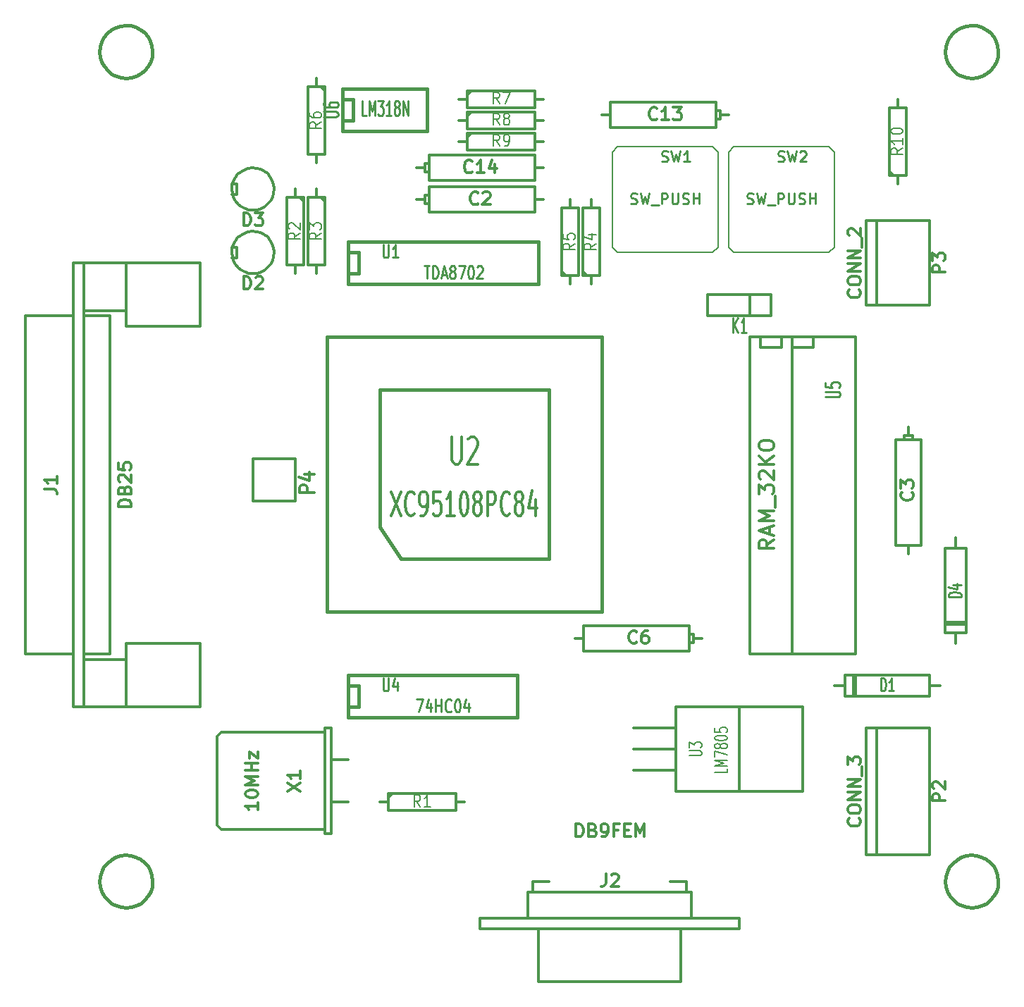
<source format=gto>
G04 (created by PCBNEW-RS274X (2012-apr-16-27)-stable) date Втр 01 Янв 2013 22:40:23*
G01*
G70*
G90*
%MOIN*%
G04 Gerber Fmt 3.4, Leading zero omitted, Abs format*
%FSLAX34Y34*%
G04 APERTURE LIST*
%ADD10C,0.006000*%
%ADD11C,0.012000*%
%ADD12C,0.015000*%
%ADD13C,0.008000*%
%ADD14C,0.011300*%
%ADD15C,0.010000*%
%ADD16C,0.010600*%
G04 APERTURE END LIST*
G54D10*
G54D11*
X68250Y-27750D02*
X68250Y-28250D01*
X68250Y-28250D02*
X67250Y-28250D01*
X67250Y-28250D02*
X67250Y-27750D01*
X68750Y-27750D02*
X68750Y-42750D01*
X69750Y-27750D02*
X69750Y-27750D01*
X69750Y-27750D02*
X69750Y-28250D01*
X69750Y-28250D02*
X68750Y-28250D01*
X68750Y-28250D02*
X68750Y-27750D01*
X71750Y-27750D02*
X71750Y-42750D01*
X71750Y-42750D02*
X66750Y-42750D01*
X66750Y-42750D02*
X66750Y-27750D01*
X66750Y-27750D02*
X71750Y-27750D01*
G54D12*
X38500Y-14250D02*
X38476Y-14492D01*
X38405Y-14726D01*
X38291Y-14941D01*
X38136Y-15130D01*
X37948Y-15286D01*
X37734Y-15402D01*
X37501Y-15474D01*
X37258Y-15499D01*
X37016Y-15477D01*
X36782Y-15408D01*
X36566Y-15295D01*
X36376Y-15143D01*
X36219Y-14956D01*
X36102Y-14742D01*
X36028Y-14509D01*
X36001Y-14267D01*
X36021Y-14025D01*
X36088Y-13790D01*
X36200Y-13573D01*
X36351Y-13382D01*
X36537Y-13224D01*
X36750Y-13105D01*
X36982Y-13030D01*
X37224Y-13001D01*
X37467Y-13019D01*
X37702Y-13085D01*
X37919Y-13195D01*
X38112Y-13345D01*
X38271Y-13530D01*
X38391Y-13742D01*
X38468Y-13974D01*
X38499Y-14216D01*
X38500Y-14250D01*
X78500Y-14250D02*
X78476Y-14492D01*
X78405Y-14726D01*
X78291Y-14941D01*
X78136Y-15130D01*
X77948Y-15286D01*
X77734Y-15402D01*
X77501Y-15474D01*
X77258Y-15499D01*
X77016Y-15477D01*
X76782Y-15408D01*
X76566Y-15295D01*
X76376Y-15143D01*
X76219Y-14956D01*
X76102Y-14742D01*
X76028Y-14509D01*
X76001Y-14267D01*
X76021Y-14025D01*
X76088Y-13790D01*
X76200Y-13573D01*
X76351Y-13382D01*
X76537Y-13224D01*
X76750Y-13105D01*
X76982Y-13030D01*
X77224Y-13001D01*
X77467Y-13019D01*
X77702Y-13085D01*
X77919Y-13195D01*
X78112Y-13345D01*
X78271Y-13530D01*
X78391Y-13742D01*
X78468Y-13974D01*
X78499Y-14216D01*
X78500Y-14250D01*
X78500Y-53500D02*
X78476Y-53742D01*
X78405Y-53976D01*
X78291Y-54191D01*
X78136Y-54380D01*
X77948Y-54536D01*
X77734Y-54652D01*
X77501Y-54724D01*
X77258Y-54749D01*
X77016Y-54727D01*
X76782Y-54658D01*
X76566Y-54545D01*
X76376Y-54393D01*
X76219Y-54206D01*
X76102Y-53992D01*
X76028Y-53759D01*
X76001Y-53517D01*
X76021Y-53275D01*
X76088Y-53040D01*
X76200Y-52823D01*
X76351Y-52632D01*
X76537Y-52474D01*
X76750Y-52355D01*
X76982Y-52280D01*
X77224Y-52251D01*
X77467Y-52269D01*
X77702Y-52335D01*
X77919Y-52445D01*
X78112Y-52595D01*
X78271Y-52780D01*
X78391Y-52992D01*
X78468Y-53224D01*
X78499Y-53466D01*
X78500Y-53500D01*
X38500Y-53500D02*
X38476Y-53742D01*
X38405Y-53976D01*
X38291Y-54191D01*
X38136Y-54380D01*
X37948Y-54536D01*
X37734Y-54652D01*
X37501Y-54724D01*
X37258Y-54749D01*
X37016Y-54727D01*
X36782Y-54658D01*
X36566Y-54545D01*
X36376Y-54393D01*
X36219Y-54206D01*
X36102Y-53992D01*
X36028Y-53759D01*
X36001Y-53517D01*
X36021Y-53275D01*
X36088Y-53040D01*
X36200Y-52823D01*
X36351Y-52632D01*
X36537Y-52474D01*
X36750Y-52355D01*
X36982Y-52280D01*
X37224Y-52251D01*
X37467Y-52269D01*
X37702Y-52335D01*
X37919Y-52445D01*
X38112Y-52595D01*
X38271Y-52780D01*
X38391Y-52992D01*
X38468Y-53224D01*
X38499Y-53466D01*
X38500Y-53500D01*
G54D11*
X63500Y-58250D02*
X56750Y-58250D01*
X56500Y-54000D02*
X63750Y-54000D01*
X56250Y-54000D02*
X56500Y-54000D01*
X56250Y-55250D02*
X64000Y-55250D01*
X54000Y-55250D02*
X56250Y-55250D01*
X66250Y-55750D02*
X54000Y-55750D01*
X56750Y-55750D02*
X56750Y-58250D01*
X54000Y-55250D02*
X54000Y-55750D01*
X56250Y-54000D02*
X56250Y-55250D01*
X57250Y-53500D02*
X56500Y-53500D01*
X56500Y-53500D02*
X56500Y-54000D01*
X63500Y-55750D02*
X63500Y-58250D01*
X64000Y-55250D02*
X66250Y-55250D01*
X66250Y-55250D02*
X66250Y-55750D01*
X63750Y-54000D02*
X64000Y-54000D01*
X64000Y-54000D02*
X64000Y-55250D01*
X63000Y-53500D02*
X63750Y-53500D01*
X63750Y-53500D02*
X63750Y-54000D01*
X72250Y-46250D02*
X75250Y-46250D01*
X72250Y-52250D02*
X75250Y-52250D01*
X72750Y-46250D02*
X72750Y-52250D01*
X75250Y-46250D02*
X75250Y-52250D01*
X72250Y-46250D02*
X72250Y-52250D01*
X46250Y-15500D02*
X46250Y-15900D01*
X46250Y-15900D02*
X46650Y-15900D01*
X46650Y-15900D02*
X46650Y-19100D01*
X46650Y-19100D02*
X45850Y-19100D01*
X45850Y-19100D02*
X45850Y-15900D01*
X45850Y-15900D02*
X46250Y-15900D01*
X46450Y-15900D02*
X46650Y-16100D01*
X46250Y-19500D02*
X46250Y-19100D01*
X53000Y-16500D02*
X53400Y-16500D01*
X53400Y-16500D02*
X53400Y-16100D01*
X53400Y-16100D02*
X56600Y-16100D01*
X56600Y-16100D02*
X56600Y-16900D01*
X56600Y-16900D02*
X53400Y-16900D01*
X53400Y-16900D02*
X53400Y-16500D01*
X53400Y-16300D02*
X53600Y-16100D01*
X57000Y-16500D02*
X56600Y-16500D01*
X73750Y-20500D02*
X73750Y-20100D01*
X73750Y-20100D02*
X73350Y-20100D01*
X73350Y-20100D02*
X73350Y-16900D01*
X73350Y-16900D02*
X74150Y-16900D01*
X74150Y-16900D02*
X74150Y-20100D01*
X74150Y-20100D02*
X73750Y-20100D01*
X73550Y-20100D02*
X73350Y-19900D01*
X73750Y-16500D02*
X73750Y-16900D01*
X53000Y-18500D02*
X53400Y-18500D01*
X53400Y-18500D02*
X53400Y-18100D01*
X53400Y-18100D02*
X56600Y-18100D01*
X56600Y-18100D02*
X56600Y-18900D01*
X56600Y-18900D02*
X53400Y-18900D01*
X53400Y-18900D02*
X53400Y-18500D01*
X53400Y-18300D02*
X53600Y-18100D01*
X57000Y-18500D02*
X56600Y-18500D01*
X53000Y-17500D02*
X53400Y-17500D01*
X53400Y-17500D02*
X53400Y-17100D01*
X53400Y-17100D02*
X56600Y-17100D01*
X56600Y-17100D02*
X56600Y-17900D01*
X56600Y-17900D02*
X53400Y-17900D01*
X53400Y-17900D02*
X53400Y-17500D01*
X53400Y-17300D02*
X53600Y-17100D01*
X57000Y-17500D02*
X56600Y-17500D01*
X76500Y-42250D02*
X76500Y-41750D01*
X76500Y-41750D02*
X77000Y-41750D01*
X77000Y-41750D02*
X77000Y-37750D01*
X77000Y-37750D02*
X76500Y-37750D01*
X76500Y-37750D02*
X76500Y-37250D01*
X76500Y-37750D02*
X76000Y-37750D01*
X76000Y-37750D02*
X76000Y-41750D01*
X76000Y-41750D02*
X76500Y-41750D01*
X77000Y-41250D02*
X76000Y-41250D01*
X77000Y-41350D02*
X76000Y-41350D01*
X65750Y-17250D02*
X65350Y-17250D01*
X65150Y-17050D02*
X65350Y-17050D01*
X65350Y-17050D02*
X65350Y-17450D01*
X65350Y-17450D02*
X65150Y-17450D01*
X59750Y-17250D02*
X60150Y-17250D01*
X60150Y-17250D02*
X60150Y-17850D01*
X60150Y-17850D02*
X65150Y-17850D01*
X65150Y-17850D02*
X65150Y-16650D01*
X65150Y-16650D02*
X60150Y-16650D01*
X60150Y-16650D02*
X60150Y-17250D01*
X51000Y-19750D02*
X51400Y-19750D01*
X51600Y-19950D02*
X51400Y-19950D01*
X51400Y-19950D02*
X51400Y-19550D01*
X51400Y-19550D02*
X51600Y-19550D01*
X57000Y-19750D02*
X56600Y-19750D01*
X56600Y-19750D02*
X56600Y-19150D01*
X56600Y-19150D02*
X51600Y-19150D01*
X51600Y-19150D02*
X51600Y-20350D01*
X51600Y-20350D02*
X56600Y-20350D01*
X56600Y-20350D02*
X56600Y-19750D01*
G54D12*
X47500Y-16500D02*
X48000Y-16500D01*
X48000Y-16500D02*
X48000Y-17500D01*
X48000Y-17500D02*
X47500Y-17500D01*
X47500Y-16000D02*
X51500Y-16000D01*
X51500Y-16000D02*
X51500Y-18000D01*
X51500Y-18000D02*
X47500Y-18000D01*
X47500Y-18000D02*
X47500Y-16000D01*
G54D11*
X45250Y-33500D02*
X45250Y-35500D01*
X45250Y-35500D02*
X43250Y-35500D01*
X43250Y-35500D02*
X43250Y-33500D01*
X43250Y-33500D02*
X45250Y-33500D01*
X59250Y-25250D02*
X59250Y-24850D01*
X59250Y-24850D02*
X58850Y-24850D01*
X58850Y-24850D02*
X58850Y-21650D01*
X58850Y-21650D02*
X59650Y-21650D01*
X59650Y-21650D02*
X59650Y-24850D01*
X59650Y-24850D02*
X59250Y-24850D01*
X59050Y-24850D02*
X58850Y-24650D01*
X59250Y-21250D02*
X59250Y-21650D01*
X58250Y-25250D02*
X58250Y-24850D01*
X58250Y-24850D02*
X57850Y-24850D01*
X57850Y-24850D02*
X57850Y-21650D01*
X57850Y-21650D02*
X58650Y-21650D01*
X58650Y-21650D02*
X58650Y-24850D01*
X58650Y-24850D02*
X58250Y-24850D01*
X58050Y-24850D02*
X57850Y-24650D01*
X58250Y-21250D02*
X58250Y-21650D01*
X45250Y-20750D02*
X45250Y-21150D01*
X45250Y-21150D02*
X45650Y-21150D01*
X45650Y-21150D02*
X45650Y-24350D01*
X45650Y-24350D02*
X44850Y-24350D01*
X44850Y-24350D02*
X44850Y-21150D01*
X44850Y-21150D02*
X45250Y-21150D01*
X45450Y-21150D02*
X45650Y-21350D01*
X45250Y-24750D02*
X45250Y-24350D01*
X46250Y-20750D02*
X46250Y-21150D01*
X46250Y-21150D02*
X46650Y-21150D01*
X46650Y-21150D02*
X46650Y-24350D01*
X46650Y-24350D02*
X45850Y-24350D01*
X45850Y-24350D02*
X45850Y-21150D01*
X45850Y-21150D02*
X46250Y-21150D01*
X46450Y-21150D02*
X46650Y-21350D01*
X46250Y-24750D02*
X46250Y-24350D01*
X44250Y-23750D02*
X44230Y-23944D01*
X44174Y-24131D01*
X44082Y-24303D01*
X43959Y-24454D01*
X43809Y-24579D01*
X43637Y-24671D01*
X43451Y-24729D01*
X43256Y-24749D01*
X43063Y-24732D01*
X42876Y-24677D01*
X42703Y-24586D01*
X42551Y-24464D01*
X42425Y-24314D01*
X42331Y-24143D01*
X42272Y-23957D01*
X42251Y-23763D01*
X42267Y-23570D01*
X42321Y-23382D01*
X42410Y-23209D01*
X42531Y-23056D01*
X42680Y-22929D01*
X42850Y-22834D01*
X43036Y-22774D01*
X43230Y-22751D01*
X43423Y-22766D01*
X43611Y-22818D01*
X43785Y-22906D01*
X43939Y-23026D01*
X44067Y-23174D01*
X44163Y-23344D01*
X44225Y-23529D01*
X44249Y-23723D01*
X44250Y-23750D01*
X42250Y-24000D02*
X42500Y-24000D01*
X42500Y-24000D02*
X42500Y-23500D01*
X42500Y-23500D02*
X42250Y-23500D01*
X44250Y-20750D02*
X44230Y-20944D01*
X44174Y-21131D01*
X44082Y-21303D01*
X43959Y-21454D01*
X43809Y-21579D01*
X43637Y-21671D01*
X43451Y-21729D01*
X43256Y-21749D01*
X43063Y-21732D01*
X42876Y-21677D01*
X42703Y-21586D01*
X42551Y-21464D01*
X42425Y-21314D01*
X42331Y-21143D01*
X42272Y-20957D01*
X42251Y-20763D01*
X42267Y-20570D01*
X42321Y-20382D01*
X42410Y-20209D01*
X42531Y-20056D01*
X42680Y-19929D01*
X42850Y-19834D01*
X43036Y-19774D01*
X43230Y-19751D01*
X43423Y-19766D01*
X43611Y-19818D01*
X43785Y-19906D01*
X43939Y-20026D01*
X44067Y-20174D01*
X44163Y-20344D01*
X44225Y-20529D01*
X44249Y-20723D01*
X44250Y-20750D01*
X42250Y-21000D02*
X42500Y-21000D01*
X42500Y-21000D02*
X42500Y-20500D01*
X42500Y-20500D02*
X42250Y-20500D01*
X72750Y-26250D02*
X72750Y-22250D01*
X72250Y-26250D02*
X75250Y-26250D01*
X75250Y-26250D02*
X75250Y-22250D01*
X75250Y-22250D02*
X72250Y-22250D01*
X72250Y-22250D02*
X72250Y-26250D01*
X67750Y-25750D02*
X67750Y-26750D01*
X67750Y-26750D02*
X64750Y-26750D01*
X64750Y-26750D02*
X64750Y-25750D01*
X64750Y-25750D02*
X67750Y-25750D01*
X66750Y-26750D02*
X66750Y-25750D01*
X49250Y-49750D02*
X49650Y-49750D01*
X49650Y-49750D02*
X49650Y-49350D01*
X49650Y-49350D02*
X52850Y-49350D01*
X52850Y-49350D02*
X52850Y-50150D01*
X52850Y-50150D02*
X49650Y-50150D01*
X49650Y-50150D02*
X49650Y-49750D01*
X49650Y-49550D02*
X49850Y-49350D01*
X53250Y-49750D02*
X52850Y-49750D01*
X61250Y-46250D02*
X63250Y-46250D01*
X61250Y-47250D02*
X63250Y-47250D01*
X61250Y-48250D02*
X63250Y-48250D01*
X63250Y-45750D02*
X63250Y-49250D01*
X63250Y-49250D02*
X69250Y-49250D01*
X69250Y-49250D02*
X69250Y-45250D01*
X63250Y-45750D02*
X63250Y-45250D01*
X66250Y-48750D02*
X66250Y-45250D01*
X66250Y-48750D02*
X66250Y-49250D01*
X63250Y-45250D02*
X69250Y-45250D01*
X46650Y-51250D02*
X46650Y-46250D01*
X46650Y-51050D02*
X41750Y-51050D01*
X46650Y-46250D02*
X46950Y-46250D01*
X46650Y-51250D02*
X46950Y-51250D01*
X46950Y-51250D02*
X46950Y-46250D01*
X47750Y-47750D02*
X46950Y-47750D01*
X47750Y-49750D02*
X46950Y-49750D01*
X46650Y-46450D02*
X41750Y-46450D01*
X41750Y-51050D02*
X41550Y-50850D01*
X41550Y-50850D02*
X41550Y-46650D01*
X41550Y-46650D02*
X41750Y-46450D01*
X35250Y-24250D02*
X40750Y-24250D01*
X37250Y-27250D02*
X40750Y-27250D01*
X35250Y-26500D02*
X37250Y-26500D01*
X35250Y-43000D02*
X37250Y-43000D01*
X37250Y-42250D02*
X40750Y-42250D01*
X40750Y-45250D02*
X35250Y-45250D01*
X37250Y-24250D02*
X37250Y-27250D01*
X37250Y-45250D02*
X37250Y-42250D01*
X36500Y-26750D02*
X35250Y-26750D01*
X36500Y-42750D02*
X35250Y-42750D01*
X32500Y-26750D02*
X34750Y-26750D01*
X32500Y-42750D02*
X34750Y-42750D01*
X35250Y-24250D02*
X34750Y-24250D01*
X34750Y-24250D02*
X34750Y-45250D01*
X34750Y-45250D02*
X35250Y-45250D01*
X35250Y-45250D02*
X35250Y-24250D01*
X40750Y-27250D02*
X40750Y-24250D01*
X36500Y-42750D02*
X36500Y-26750D01*
X32500Y-42750D02*
X32500Y-26750D01*
X40750Y-45250D02*
X40750Y-42250D01*
X70750Y-44250D02*
X71250Y-44250D01*
X71250Y-44250D02*
X71250Y-44750D01*
X71250Y-44750D02*
X75250Y-44750D01*
X75250Y-44750D02*
X75250Y-44250D01*
X75250Y-44250D02*
X75750Y-44250D01*
X75250Y-44250D02*
X75250Y-43750D01*
X75250Y-43750D02*
X71250Y-43750D01*
X71250Y-43750D02*
X71250Y-44250D01*
X71750Y-44750D02*
X71750Y-43750D01*
X71650Y-44750D02*
X71650Y-43750D01*
X51000Y-21250D02*
X51400Y-21250D01*
X51600Y-21450D02*
X51400Y-21450D01*
X51400Y-21450D02*
X51400Y-21050D01*
X51400Y-21050D02*
X51600Y-21050D01*
X57000Y-21250D02*
X56600Y-21250D01*
X56600Y-21250D02*
X56600Y-20650D01*
X56600Y-20650D02*
X51600Y-20650D01*
X51600Y-20650D02*
X51600Y-21850D01*
X51600Y-21850D02*
X56600Y-21850D01*
X56600Y-21850D02*
X56600Y-21250D01*
X64500Y-42000D02*
X64100Y-42000D01*
X63900Y-41800D02*
X64100Y-41800D01*
X64100Y-41800D02*
X64100Y-42200D01*
X64100Y-42200D02*
X63900Y-42200D01*
X58500Y-42000D02*
X58900Y-42000D01*
X58900Y-42000D02*
X58900Y-42600D01*
X58900Y-42600D02*
X63900Y-42600D01*
X63900Y-42600D02*
X63900Y-41400D01*
X63900Y-41400D02*
X58900Y-41400D01*
X58900Y-41400D02*
X58900Y-42000D01*
X74250Y-32000D02*
X74250Y-32400D01*
X74050Y-32600D02*
X74050Y-32400D01*
X74050Y-32400D02*
X74450Y-32400D01*
X74450Y-32400D02*
X74450Y-32600D01*
X74250Y-38000D02*
X74250Y-37600D01*
X74250Y-37600D02*
X74850Y-37600D01*
X74850Y-37600D02*
X74850Y-32600D01*
X74850Y-32600D02*
X73650Y-32600D01*
X73650Y-32600D02*
X73650Y-37600D01*
X73650Y-37600D02*
X74250Y-37600D01*
G54D12*
X47750Y-23750D02*
X47750Y-23750D01*
X47750Y-23750D02*
X48250Y-23750D01*
X48250Y-23750D02*
X48250Y-24750D01*
X48250Y-24750D02*
X47750Y-24750D01*
X47750Y-23250D02*
X56750Y-23250D01*
X56750Y-23250D02*
X56750Y-25250D01*
X56750Y-25250D02*
X47750Y-25250D01*
X47750Y-25250D02*
X47750Y-23250D01*
X47750Y-43750D02*
X55750Y-43750D01*
X55750Y-45750D02*
X47750Y-45750D01*
X47750Y-45750D02*
X47750Y-43750D01*
X47750Y-44250D02*
X48250Y-44250D01*
X48250Y-44250D02*
X48250Y-45250D01*
X48250Y-45250D02*
X47750Y-45250D01*
X55750Y-43750D02*
X55750Y-45750D01*
X49250Y-36750D02*
X50250Y-38250D01*
X50250Y-38250D02*
X57250Y-38250D01*
X57250Y-38250D02*
X57250Y-30250D01*
X57250Y-30250D02*
X49250Y-30250D01*
X46750Y-27750D02*
X46750Y-40750D01*
X46750Y-40750D02*
X59750Y-40750D01*
X59750Y-40750D02*
X59750Y-27750D01*
X59750Y-27750D02*
X46750Y-27750D01*
X49250Y-30250D02*
X49250Y-36750D01*
G54D13*
X70750Y-19000D02*
X70750Y-23500D01*
X70750Y-23500D02*
X70500Y-23750D01*
X70500Y-23750D02*
X66000Y-23750D01*
X66000Y-23750D02*
X65750Y-23500D01*
X65750Y-23500D02*
X65750Y-19000D01*
X66000Y-18750D02*
X70500Y-18750D01*
X70500Y-18750D02*
X70750Y-19000D01*
X65750Y-19000D02*
X66000Y-18750D01*
X65250Y-19000D02*
X65250Y-23500D01*
X65250Y-23500D02*
X65000Y-23750D01*
X65000Y-23750D02*
X60500Y-23750D01*
X60500Y-23750D02*
X60250Y-23500D01*
X60250Y-23500D02*
X60250Y-19000D01*
X60500Y-18750D02*
X65000Y-18750D01*
X65000Y-18750D02*
X65250Y-19000D01*
X60250Y-19000D02*
X60500Y-18750D01*
G54D14*
X70333Y-30593D02*
X70900Y-30593D01*
X70967Y-30571D01*
X71000Y-30550D01*
X71033Y-30507D01*
X71033Y-30421D01*
X71000Y-30379D01*
X70967Y-30357D01*
X70900Y-30336D01*
X70333Y-30336D01*
X70333Y-29908D02*
X70333Y-30122D01*
X70667Y-30143D01*
X70633Y-30122D01*
X70600Y-30079D01*
X70600Y-29972D01*
X70633Y-29929D01*
X70667Y-29908D01*
X70733Y-29886D01*
X70900Y-29886D01*
X70967Y-29908D01*
X71000Y-29929D01*
X71033Y-29972D01*
X71033Y-30079D01*
X71000Y-30122D01*
X70967Y-30143D01*
G54D11*
X67883Y-37333D02*
X67550Y-37567D01*
X67883Y-37733D02*
X67183Y-37733D01*
X67183Y-37467D01*
X67217Y-37400D01*
X67250Y-37367D01*
X67317Y-37333D01*
X67417Y-37333D01*
X67483Y-37367D01*
X67517Y-37400D01*
X67550Y-37467D01*
X67550Y-37733D01*
X67683Y-37067D02*
X67683Y-36733D01*
X67883Y-37133D02*
X67183Y-36900D01*
X67883Y-36667D01*
X67883Y-36433D02*
X67183Y-36433D01*
X67683Y-36200D01*
X67183Y-35967D01*
X67883Y-35967D01*
X67950Y-35800D02*
X67950Y-35267D01*
X67183Y-35167D02*
X67183Y-34734D01*
X67450Y-34967D01*
X67450Y-34867D01*
X67483Y-34800D01*
X67517Y-34767D01*
X67583Y-34734D01*
X67750Y-34734D01*
X67817Y-34767D01*
X67850Y-34800D01*
X67883Y-34867D01*
X67883Y-35067D01*
X67850Y-35134D01*
X67817Y-35167D01*
X67250Y-34467D02*
X67217Y-34433D01*
X67183Y-34367D01*
X67183Y-34200D01*
X67217Y-34133D01*
X67250Y-34100D01*
X67317Y-34067D01*
X67383Y-34067D01*
X67483Y-34100D01*
X67883Y-34500D01*
X67883Y-34067D01*
X67883Y-33766D02*
X67183Y-33766D01*
X67883Y-33366D02*
X67483Y-33666D01*
X67183Y-33366D02*
X67583Y-33766D01*
X67183Y-32933D02*
X67183Y-32800D01*
X67217Y-32733D01*
X67283Y-32666D01*
X67417Y-32633D01*
X67650Y-32633D01*
X67783Y-32666D01*
X67850Y-32733D01*
X67883Y-32800D01*
X67883Y-32933D01*
X67850Y-33000D01*
X67783Y-33066D01*
X67650Y-33100D01*
X67417Y-33100D01*
X67283Y-33066D01*
X67217Y-33000D01*
X67183Y-32933D01*
X59950Y-53143D02*
X59950Y-53571D01*
X59922Y-53657D01*
X59865Y-53714D01*
X59779Y-53743D01*
X59722Y-53743D01*
X60207Y-53200D02*
X60236Y-53171D01*
X60293Y-53143D01*
X60436Y-53143D01*
X60493Y-53171D01*
X60522Y-53200D01*
X60550Y-53257D01*
X60550Y-53314D01*
X60522Y-53400D01*
X60179Y-53743D01*
X60550Y-53743D01*
X58536Y-51393D02*
X58536Y-50793D01*
X58679Y-50793D01*
X58764Y-50821D01*
X58822Y-50879D01*
X58850Y-50936D01*
X58879Y-51050D01*
X58879Y-51136D01*
X58850Y-51250D01*
X58822Y-51307D01*
X58764Y-51364D01*
X58679Y-51393D01*
X58536Y-51393D01*
X59336Y-51079D02*
X59422Y-51107D01*
X59450Y-51136D01*
X59479Y-51193D01*
X59479Y-51279D01*
X59450Y-51336D01*
X59422Y-51364D01*
X59364Y-51393D01*
X59136Y-51393D01*
X59136Y-50793D01*
X59336Y-50793D01*
X59393Y-50821D01*
X59422Y-50850D01*
X59450Y-50907D01*
X59450Y-50964D01*
X59422Y-51021D01*
X59393Y-51050D01*
X59336Y-51079D01*
X59136Y-51079D01*
X59764Y-51393D02*
X59879Y-51393D01*
X59936Y-51364D01*
X59964Y-51336D01*
X60022Y-51250D01*
X60050Y-51136D01*
X60050Y-50907D01*
X60022Y-50850D01*
X59993Y-50821D01*
X59936Y-50793D01*
X59822Y-50793D01*
X59764Y-50821D01*
X59736Y-50850D01*
X59707Y-50907D01*
X59707Y-51050D01*
X59736Y-51107D01*
X59764Y-51136D01*
X59822Y-51164D01*
X59936Y-51164D01*
X59993Y-51136D01*
X60022Y-51107D01*
X60050Y-51050D01*
X60507Y-51079D02*
X60307Y-51079D01*
X60307Y-51393D02*
X60307Y-50793D01*
X60593Y-50793D01*
X60821Y-51079D02*
X61021Y-51079D01*
X61107Y-51393D02*
X60821Y-51393D01*
X60821Y-50793D01*
X61107Y-50793D01*
X61364Y-51393D02*
X61364Y-50793D01*
X61564Y-51221D01*
X61764Y-50793D01*
X61764Y-51393D01*
X75993Y-49692D02*
X75393Y-49692D01*
X75393Y-49464D01*
X75421Y-49406D01*
X75450Y-49378D01*
X75507Y-49349D01*
X75593Y-49349D01*
X75650Y-49378D01*
X75679Y-49406D01*
X75707Y-49464D01*
X75707Y-49692D01*
X75450Y-49121D02*
X75421Y-49092D01*
X75393Y-49035D01*
X75393Y-48892D01*
X75421Y-48835D01*
X75450Y-48806D01*
X75507Y-48778D01*
X75564Y-48778D01*
X75650Y-48806D01*
X75993Y-49149D01*
X75993Y-48778D01*
X71936Y-50521D02*
X71964Y-50550D01*
X71993Y-50636D01*
X71993Y-50693D01*
X71964Y-50778D01*
X71907Y-50836D01*
X71850Y-50864D01*
X71736Y-50893D01*
X71650Y-50893D01*
X71536Y-50864D01*
X71479Y-50836D01*
X71421Y-50778D01*
X71393Y-50693D01*
X71393Y-50636D01*
X71421Y-50550D01*
X71450Y-50521D01*
X71393Y-50150D02*
X71393Y-50036D01*
X71421Y-49978D01*
X71479Y-49921D01*
X71593Y-49893D01*
X71793Y-49893D01*
X71907Y-49921D01*
X71964Y-49978D01*
X71993Y-50036D01*
X71993Y-50150D01*
X71964Y-50207D01*
X71907Y-50264D01*
X71793Y-50293D01*
X71593Y-50293D01*
X71479Y-50264D01*
X71421Y-50207D01*
X71393Y-50150D01*
X71993Y-49635D02*
X71393Y-49635D01*
X71993Y-49292D01*
X71393Y-49292D01*
X71993Y-49006D02*
X71393Y-49006D01*
X71993Y-48663D01*
X71393Y-48663D01*
X72050Y-48520D02*
X72050Y-48063D01*
X71393Y-47977D02*
X71393Y-47606D01*
X71621Y-47806D01*
X71621Y-47720D01*
X71650Y-47663D01*
X71679Y-47634D01*
X71736Y-47606D01*
X71879Y-47606D01*
X71936Y-47634D01*
X71964Y-47663D01*
X71993Y-47720D01*
X71993Y-47892D01*
X71964Y-47949D01*
X71936Y-47977D01*
G54D13*
X46473Y-17583D02*
X46211Y-17750D01*
X46473Y-17869D02*
X45923Y-17869D01*
X45923Y-17678D01*
X45949Y-17631D01*
X45975Y-17607D01*
X46027Y-17583D01*
X46106Y-17583D01*
X46158Y-17607D01*
X46185Y-17631D01*
X46211Y-17678D01*
X46211Y-17869D01*
X45923Y-17155D02*
X45923Y-17250D01*
X45949Y-17298D01*
X45975Y-17321D01*
X46054Y-17369D01*
X46158Y-17393D01*
X46368Y-17393D01*
X46420Y-17369D01*
X46446Y-17345D01*
X46473Y-17298D01*
X46473Y-17202D01*
X46446Y-17155D01*
X46420Y-17131D01*
X46368Y-17107D01*
X46237Y-17107D01*
X46185Y-17131D01*
X46158Y-17155D01*
X46132Y-17202D01*
X46132Y-17298D01*
X46158Y-17345D01*
X46185Y-17369D01*
X46237Y-17393D01*
X54917Y-16723D02*
X54750Y-16461D01*
X54631Y-16723D02*
X54631Y-16173D01*
X54822Y-16173D01*
X54869Y-16199D01*
X54893Y-16225D01*
X54917Y-16277D01*
X54917Y-16356D01*
X54893Y-16408D01*
X54869Y-16435D01*
X54822Y-16461D01*
X54631Y-16461D01*
X55083Y-16173D02*
X55417Y-16173D01*
X55202Y-16723D01*
X73973Y-18821D02*
X73711Y-18988D01*
X73973Y-19107D02*
X73423Y-19107D01*
X73423Y-18916D01*
X73449Y-18869D01*
X73475Y-18845D01*
X73527Y-18821D01*
X73606Y-18821D01*
X73658Y-18845D01*
X73685Y-18869D01*
X73711Y-18916D01*
X73711Y-19107D01*
X73973Y-18345D02*
X73973Y-18631D01*
X73973Y-18488D02*
X73423Y-18488D01*
X73501Y-18536D01*
X73554Y-18583D01*
X73580Y-18631D01*
X73423Y-18036D02*
X73423Y-17988D01*
X73449Y-17940D01*
X73475Y-17917D01*
X73527Y-17893D01*
X73632Y-17869D01*
X73763Y-17869D01*
X73868Y-17893D01*
X73920Y-17917D01*
X73946Y-17940D01*
X73973Y-17988D01*
X73973Y-18036D01*
X73946Y-18083D01*
X73920Y-18107D01*
X73868Y-18131D01*
X73763Y-18155D01*
X73632Y-18155D01*
X73527Y-18131D01*
X73475Y-18107D01*
X73449Y-18083D01*
X73423Y-18036D01*
X54917Y-18723D02*
X54750Y-18461D01*
X54631Y-18723D02*
X54631Y-18173D01*
X54822Y-18173D01*
X54869Y-18199D01*
X54893Y-18225D01*
X54917Y-18277D01*
X54917Y-18356D01*
X54893Y-18408D01*
X54869Y-18435D01*
X54822Y-18461D01*
X54631Y-18461D01*
X55155Y-18723D02*
X55250Y-18723D01*
X55298Y-18696D01*
X55322Y-18670D01*
X55369Y-18592D01*
X55393Y-18487D01*
X55393Y-18277D01*
X55369Y-18225D01*
X55345Y-18199D01*
X55298Y-18173D01*
X55202Y-18173D01*
X55155Y-18199D01*
X55131Y-18225D01*
X55107Y-18277D01*
X55107Y-18408D01*
X55131Y-18461D01*
X55155Y-18487D01*
X55202Y-18513D01*
X55298Y-18513D01*
X55345Y-18487D01*
X55369Y-18461D01*
X55393Y-18408D01*
X54917Y-17723D02*
X54750Y-17461D01*
X54631Y-17723D02*
X54631Y-17173D01*
X54822Y-17173D01*
X54869Y-17199D01*
X54893Y-17225D01*
X54917Y-17277D01*
X54917Y-17356D01*
X54893Y-17408D01*
X54869Y-17435D01*
X54822Y-17461D01*
X54631Y-17461D01*
X55202Y-17408D02*
X55155Y-17382D01*
X55131Y-17356D01*
X55107Y-17304D01*
X55107Y-17277D01*
X55131Y-17225D01*
X55155Y-17199D01*
X55202Y-17173D01*
X55298Y-17173D01*
X55345Y-17199D01*
X55369Y-17225D01*
X55393Y-17277D01*
X55393Y-17304D01*
X55369Y-17356D01*
X55345Y-17382D01*
X55298Y-17408D01*
X55202Y-17408D01*
X55155Y-17435D01*
X55131Y-17461D01*
X55107Y-17513D01*
X55107Y-17618D01*
X55131Y-17670D01*
X55155Y-17696D01*
X55202Y-17723D01*
X55298Y-17723D01*
X55345Y-17696D01*
X55369Y-17670D01*
X55393Y-17618D01*
X55393Y-17513D01*
X55369Y-17461D01*
X55345Y-17435D01*
X55298Y-17408D01*
G54D15*
X76743Y-40045D02*
X76143Y-40045D01*
X76143Y-39950D01*
X76171Y-39892D01*
X76229Y-39854D01*
X76286Y-39835D01*
X76400Y-39816D01*
X76486Y-39816D01*
X76600Y-39835D01*
X76657Y-39854D01*
X76714Y-39892D01*
X76743Y-39950D01*
X76743Y-40045D01*
X76343Y-39473D02*
X76743Y-39473D01*
X76114Y-39569D02*
X76543Y-39664D01*
X76543Y-39416D01*
G54D11*
X62365Y-17436D02*
X62336Y-17464D01*
X62250Y-17493D01*
X62193Y-17493D01*
X62108Y-17464D01*
X62050Y-17407D01*
X62022Y-17350D01*
X61993Y-17236D01*
X61993Y-17150D01*
X62022Y-17036D01*
X62050Y-16979D01*
X62108Y-16921D01*
X62193Y-16893D01*
X62250Y-16893D01*
X62336Y-16921D01*
X62365Y-16950D01*
X62936Y-17493D02*
X62593Y-17493D01*
X62765Y-17493D02*
X62765Y-16893D01*
X62708Y-16979D01*
X62650Y-17036D01*
X62593Y-17064D01*
X63136Y-16893D02*
X63507Y-16893D01*
X63307Y-17121D01*
X63393Y-17121D01*
X63450Y-17150D01*
X63479Y-17179D01*
X63507Y-17236D01*
X63507Y-17379D01*
X63479Y-17436D01*
X63450Y-17464D01*
X63393Y-17493D01*
X63221Y-17493D01*
X63164Y-17464D01*
X63136Y-17436D01*
X53615Y-19936D02*
X53586Y-19964D01*
X53500Y-19993D01*
X53443Y-19993D01*
X53358Y-19964D01*
X53300Y-19907D01*
X53272Y-19850D01*
X53243Y-19736D01*
X53243Y-19650D01*
X53272Y-19536D01*
X53300Y-19479D01*
X53358Y-19421D01*
X53443Y-19393D01*
X53500Y-19393D01*
X53586Y-19421D01*
X53615Y-19450D01*
X54186Y-19993D02*
X53843Y-19993D01*
X54015Y-19993D02*
X54015Y-19393D01*
X53958Y-19479D01*
X53900Y-19536D01*
X53843Y-19564D01*
X54700Y-19593D02*
X54700Y-19993D01*
X54557Y-19364D02*
X54414Y-19793D01*
X54786Y-19793D01*
G54D14*
X46583Y-17343D02*
X47150Y-17343D01*
X47217Y-17321D01*
X47250Y-17300D01*
X47283Y-17257D01*
X47283Y-17171D01*
X47250Y-17129D01*
X47217Y-17107D01*
X47150Y-17086D01*
X46583Y-17086D01*
X46583Y-16679D02*
X46583Y-16765D01*
X46617Y-16808D01*
X46650Y-16829D01*
X46750Y-16872D01*
X46883Y-16893D01*
X47150Y-16893D01*
X47217Y-16872D01*
X47250Y-16850D01*
X47283Y-16808D01*
X47283Y-16722D01*
X47250Y-16679D01*
X47217Y-16658D01*
X47150Y-16636D01*
X46983Y-16636D01*
X46917Y-16658D01*
X46883Y-16679D01*
X46850Y-16722D01*
X46850Y-16808D01*
X46883Y-16850D01*
X46917Y-16872D01*
X46983Y-16893D01*
G54D15*
X48615Y-17283D02*
X48424Y-17283D01*
X48424Y-16583D01*
X48748Y-17283D02*
X48748Y-16583D01*
X48882Y-17083D01*
X49015Y-16583D01*
X49015Y-17283D01*
X49167Y-16583D02*
X49415Y-16583D01*
X49281Y-16850D01*
X49339Y-16850D01*
X49377Y-16883D01*
X49396Y-16917D01*
X49415Y-16983D01*
X49415Y-17150D01*
X49396Y-17217D01*
X49377Y-17250D01*
X49339Y-17283D01*
X49224Y-17283D01*
X49186Y-17250D01*
X49167Y-17217D01*
X49796Y-17283D02*
X49567Y-17283D01*
X49681Y-17283D02*
X49681Y-16583D01*
X49643Y-16683D01*
X49605Y-16750D01*
X49567Y-16783D01*
X50024Y-16883D02*
X49986Y-16850D01*
X49967Y-16817D01*
X49948Y-16750D01*
X49948Y-16717D01*
X49967Y-16650D01*
X49986Y-16617D01*
X50024Y-16583D01*
X50101Y-16583D01*
X50139Y-16617D01*
X50158Y-16650D01*
X50177Y-16717D01*
X50177Y-16750D01*
X50158Y-16817D01*
X50139Y-16850D01*
X50101Y-16883D01*
X50024Y-16883D01*
X49986Y-16917D01*
X49967Y-16950D01*
X49948Y-17017D01*
X49948Y-17150D01*
X49967Y-17217D01*
X49986Y-17250D01*
X50024Y-17283D01*
X50101Y-17283D01*
X50139Y-17250D01*
X50158Y-17217D01*
X50177Y-17150D01*
X50177Y-17017D01*
X50158Y-16950D01*
X50139Y-16917D01*
X50101Y-16883D01*
X50348Y-17283D02*
X50348Y-16583D01*
X50577Y-17283D01*
X50577Y-16583D01*
G54D11*
X46153Y-35102D02*
X45453Y-35102D01*
X45453Y-34874D01*
X45487Y-34816D01*
X45520Y-34788D01*
X45587Y-34759D01*
X45687Y-34759D01*
X45753Y-34788D01*
X45787Y-34816D01*
X45820Y-34874D01*
X45820Y-35102D01*
X45687Y-34245D02*
X46153Y-34245D01*
X45420Y-34388D02*
X45920Y-34531D01*
X45920Y-34159D01*
G54D13*
X59473Y-23333D02*
X59211Y-23500D01*
X59473Y-23619D02*
X58923Y-23619D01*
X58923Y-23428D01*
X58949Y-23381D01*
X58975Y-23357D01*
X59027Y-23333D01*
X59106Y-23333D01*
X59158Y-23357D01*
X59185Y-23381D01*
X59211Y-23428D01*
X59211Y-23619D01*
X59106Y-22905D02*
X59473Y-22905D01*
X58896Y-23024D02*
X59289Y-23143D01*
X59289Y-22833D01*
X58473Y-23333D02*
X58211Y-23500D01*
X58473Y-23619D02*
X57923Y-23619D01*
X57923Y-23428D01*
X57949Y-23381D01*
X57975Y-23357D01*
X58027Y-23333D01*
X58106Y-23333D01*
X58158Y-23357D01*
X58185Y-23381D01*
X58211Y-23428D01*
X58211Y-23619D01*
X57923Y-22881D02*
X57923Y-23119D01*
X58185Y-23143D01*
X58158Y-23119D01*
X58132Y-23071D01*
X58132Y-22952D01*
X58158Y-22905D01*
X58185Y-22881D01*
X58237Y-22857D01*
X58368Y-22857D01*
X58420Y-22881D01*
X58446Y-22905D01*
X58473Y-22952D01*
X58473Y-23071D01*
X58446Y-23119D01*
X58420Y-23143D01*
X45473Y-22833D02*
X45211Y-23000D01*
X45473Y-23119D02*
X44923Y-23119D01*
X44923Y-22928D01*
X44949Y-22881D01*
X44975Y-22857D01*
X45027Y-22833D01*
X45106Y-22833D01*
X45158Y-22857D01*
X45185Y-22881D01*
X45211Y-22928D01*
X45211Y-23119D01*
X44975Y-22643D02*
X44949Y-22619D01*
X44923Y-22571D01*
X44923Y-22452D01*
X44949Y-22405D01*
X44975Y-22381D01*
X45027Y-22357D01*
X45080Y-22357D01*
X45158Y-22381D01*
X45473Y-22667D01*
X45473Y-22357D01*
X46473Y-22833D02*
X46211Y-23000D01*
X46473Y-23119D02*
X45923Y-23119D01*
X45923Y-22928D01*
X45949Y-22881D01*
X45975Y-22857D01*
X46027Y-22833D01*
X46106Y-22833D01*
X46158Y-22857D01*
X46185Y-22881D01*
X46211Y-22928D01*
X46211Y-23119D01*
X45923Y-22667D02*
X45923Y-22357D01*
X46132Y-22524D01*
X46132Y-22452D01*
X46158Y-22405D01*
X46185Y-22381D01*
X46237Y-22357D01*
X46368Y-22357D01*
X46420Y-22381D01*
X46446Y-22405D01*
X46473Y-22452D01*
X46473Y-22595D01*
X46446Y-22643D01*
X46420Y-22667D01*
G54D11*
X42808Y-25493D02*
X42808Y-24893D01*
X42951Y-24893D01*
X43036Y-24921D01*
X43094Y-24979D01*
X43122Y-25036D01*
X43151Y-25150D01*
X43151Y-25236D01*
X43122Y-25350D01*
X43094Y-25407D01*
X43036Y-25464D01*
X42951Y-25493D01*
X42808Y-25493D01*
X43379Y-24950D02*
X43408Y-24921D01*
X43465Y-24893D01*
X43608Y-24893D01*
X43665Y-24921D01*
X43694Y-24950D01*
X43722Y-25007D01*
X43722Y-25064D01*
X43694Y-25150D01*
X43351Y-25493D01*
X43722Y-25493D01*
X42808Y-22493D02*
X42808Y-21893D01*
X42951Y-21893D01*
X43036Y-21921D01*
X43094Y-21979D01*
X43122Y-22036D01*
X43151Y-22150D01*
X43151Y-22236D01*
X43122Y-22350D01*
X43094Y-22407D01*
X43036Y-22464D01*
X42951Y-22493D01*
X42808Y-22493D01*
X43351Y-21893D02*
X43722Y-21893D01*
X43522Y-22121D01*
X43608Y-22121D01*
X43665Y-22150D01*
X43694Y-22179D01*
X43722Y-22236D01*
X43722Y-22379D01*
X43694Y-22436D01*
X43665Y-22464D01*
X43608Y-22493D01*
X43436Y-22493D01*
X43379Y-22464D01*
X43351Y-22436D01*
X75993Y-24692D02*
X75393Y-24692D01*
X75393Y-24464D01*
X75421Y-24406D01*
X75450Y-24378D01*
X75507Y-24349D01*
X75593Y-24349D01*
X75650Y-24378D01*
X75679Y-24406D01*
X75707Y-24464D01*
X75707Y-24692D01*
X75393Y-24149D02*
X75393Y-23778D01*
X75621Y-23978D01*
X75621Y-23892D01*
X75650Y-23835D01*
X75679Y-23806D01*
X75736Y-23778D01*
X75879Y-23778D01*
X75936Y-23806D01*
X75964Y-23835D01*
X75993Y-23892D01*
X75993Y-24064D01*
X75964Y-24121D01*
X75936Y-24149D01*
X71936Y-25521D02*
X71964Y-25550D01*
X71993Y-25636D01*
X71993Y-25693D01*
X71964Y-25778D01*
X71907Y-25836D01*
X71850Y-25864D01*
X71736Y-25893D01*
X71650Y-25893D01*
X71536Y-25864D01*
X71479Y-25836D01*
X71421Y-25778D01*
X71393Y-25693D01*
X71393Y-25636D01*
X71421Y-25550D01*
X71450Y-25521D01*
X71393Y-25150D02*
X71393Y-25036D01*
X71421Y-24978D01*
X71479Y-24921D01*
X71593Y-24893D01*
X71793Y-24893D01*
X71907Y-24921D01*
X71964Y-24978D01*
X71993Y-25036D01*
X71993Y-25150D01*
X71964Y-25207D01*
X71907Y-25264D01*
X71793Y-25293D01*
X71593Y-25293D01*
X71479Y-25264D01*
X71421Y-25207D01*
X71393Y-25150D01*
X71993Y-24635D02*
X71393Y-24635D01*
X71993Y-24292D01*
X71393Y-24292D01*
X71993Y-24006D02*
X71393Y-24006D01*
X71993Y-23663D01*
X71393Y-23663D01*
X72050Y-23520D02*
X72050Y-23063D01*
X71450Y-22949D02*
X71421Y-22920D01*
X71393Y-22863D01*
X71393Y-22720D01*
X71421Y-22663D01*
X71450Y-22634D01*
X71507Y-22606D01*
X71564Y-22606D01*
X71650Y-22634D01*
X71993Y-22977D01*
X71993Y-22606D01*
G54D16*
X65937Y-27535D02*
X65937Y-26830D01*
X66179Y-27535D02*
X65998Y-27132D01*
X66179Y-26830D02*
X65937Y-27233D01*
X66583Y-27535D02*
X66341Y-27535D01*
X66462Y-27535D02*
X66462Y-26830D01*
X66422Y-26931D01*
X66381Y-26998D01*
X66341Y-27031D01*
G54D13*
X51167Y-49973D02*
X51000Y-49711D01*
X50881Y-49973D02*
X50881Y-49423D01*
X51072Y-49423D01*
X51119Y-49449D01*
X51143Y-49475D01*
X51167Y-49527D01*
X51167Y-49606D01*
X51143Y-49658D01*
X51119Y-49685D01*
X51072Y-49711D01*
X50881Y-49711D01*
X51643Y-49973D02*
X51357Y-49973D01*
X51500Y-49973D02*
X51500Y-49423D01*
X51452Y-49501D01*
X51405Y-49554D01*
X51357Y-49580D01*
X63893Y-47555D02*
X64379Y-47555D01*
X64436Y-47536D01*
X64464Y-47517D01*
X64493Y-47479D01*
X64493Y-47402D01*
X64464Y-47364D01*
X64436Y-47345D01*
X64379Y-47326D01*
X63893Y-47326D01*
X63893Y-47174D02*
X63893Y-46926D01*
X64121Y-47060D01*
X64121Y-47002D01*
X64150Y-46964D01*
X64179Y-46945D01*
X64236Y-46926D01*
X64379Y-46926D01*
X64436Y-46945D01*
X64464Y-46964D01*
X64493Y-47002D01*
X64493Y-47117D01*
X64464Y-47155D01*
X64436Y-47174D01*
X65693Y-48166D02*
X65693Y-48357D01*
X65093Y-48357D01*
X65693Y-48033D02*
X65093Y-48033D01*
X65521Y-47899D01*
X65093Y-47766D01*
X65693Y-47766D01*
X65093Y-47614D02*
X65093Y-47347D01*
X65693Y-47519D01*
X65350Y-47138D02*
X65321Y-47176D01*
X65293Y-47195D01*
X65236Y-47214D01*
X65207Y-47214D01*
X65150Y-47195D01*
X65121Y-47176D01*
X65093Y-47138D01*
X65093Y-47061D01*
X65121Y-47023D01*
X65150Y-47004D01*
X65207Y-46985D01*
X65236Y-46985D01*
X65293Y-47004D01*
X65321Y-47023D01*
X65350Y-47061D01*
X65350Y-47138D01*
X65379Y-47176D01*
X65407Y-47195D01*
X65464Y-47214D01*
X65579Y-47214D01*
X65636Y-47195D01*
X65664Y-47176D01*
X65693Y-47138D01*
X65693Y-47061D01*
X65664Y-47023D01*
X65636Y-47004D01*
X65579Y-46985D01*
X65464Y-46985D01*
X65407Y-47004D01*
X65379Y-47023D01*
X65350Y-47061D01*
X65093Y-46738D02*
X65093Y-46699D01*
X65121Y-46661D01*
X65150Y-46642D01*
X65207Y-46623D01*
X65321Y-46604D01*
X65464Y-46604D01*
X65579Y-46623D01*
X65636Y-46642D01*
X65664Y-46661D01*
X65693Y-46699D01*
X65693Y-46738D01*
X65664Y-46776D01*
X65636Y-46795D01*
X65579Y-46814D01*
X65464Y-46833D01*
X65321Y-46833D01*
X65207Y-46814D01*
X65150Y-46795D01*
X65121Y-46776D01*
X65093Y-46738D01*
X65093Y-46242D02*
X65093Y-46433D01*
X65379Y-46452D01*
X65350Y-46433D01*
X65321Y-46395D01*
X65321Y-46299D01*
X65350Y-46261D01*
X65379Y-46242D01*
X65436Y-46223D01*
X65579Y-46223D01*
X65636Y-46242D01*
X65664Y-46261D01*
X65693Y-46299D01*
X65693Y-46395D01*
X65664Y-46433D01*
X65636Y-46452D01*
G54D11*
X44893Y-49235D02*
X45493Y-48835D01*
X44893Y-48835D02*
X45493Y-49235D01*
X45493Y-48293D02*
X45493Y-48636D01*
X45493Y-48464D02*
X44893Y-48464D01*
X44979Y-48521D01*
X45036Y-48579D01*
X45064Y-48636D01*
X43493Y-49764D02*
X43493Y-50107D01*
X43493Y-49935D02*
X42893Y-49935D01*
X42979Y-49992D01*
X43036Y-50050D01*
X43064Y-50107D01*
X42893Y-49393D02*
X42893Y-49336D01*
X42921Y-49279D01*
X42950Y-49250D01*
X43007Y-49221D01*
X43121Y-49193D01*
X43264Y-49193D01*
X43379Y-49221D01*
X43436Y-49250D01*
X43464Y-49279D01*
X43493Y-49336D01*
X43493Y-49393D01*
X43464Y-49450D01*
X43436Y-49479D01*
X43379Y-49507D01*
X43264Y-49536D01*
X43121Y-49536D01*
X43007Y-49507D01*
X42950Y-49479D01*
X42921Y-49450D01*
X42893Y-49393D01*
X43493Y-48936D02*
X42893Y-48936D01*
X43321Y-48736D01*
X42893Y-48536D01*
X43493Y-48536D01*
X43493Y-48250D02*
X42893Y-48250D01*
X43179Y-48250D02*
X43179Y-47907D01*
X43493Y-47907D02*
X42893Y-47907D01*
X43093Y-47678D02*
X43093Y-47364D01*
X43493Y-47678D01*
X43493Y-47364D01*
X33393Y-34950D02*
X33821Y-34950D01*
X33907Y-34978D01*
X33964Y-35035D01*
X33993Y-35121D01*
X33993Y-35178D01*
X33993Y-34350D02*
X33993Y-34693D01*
X33993Y-34521D02*
X33393Y-34521D01*
X33479Y-34578D01*
X33536Y-34636D01*
X33564Y-34693D01*
X37493Y-35778D02*
X36893Y-35778D01*
X36893Y-35635D01*
X36921Y-35550D01*
X36979Y-35492D01*
X37036Y-35464D01*
X37150Y-35435D01*
X37236Y-35435D01*
X37350Y-35464D01*
X37407Y-35492D01*
X37464Y-35550D01*
X37493Y-35635D01*
X37493Y-35778D01*
X37179Y-34978D02*
X37207Y-34892D01*
X37236Y-34864D01*
X37293Y-34835D01*
X37379Y-34835D01*
X37436Y-34864D01*
X37464Y-34892D01*
X37493Y-34950D01*
X37493Y-35178D01*
X36893Y-35178D01*
X36893Y-34978D01*
X36921Y-34921D01*
X36950Y-34892D01*
X37007Y-34864D01*
X37064Y-34864D01*
X37121Y-34892D01*
X37150Y-34921D01*
X37179Y-34978D01*
X37179Y-35178D01*
X36950Y-34607D02*
X36921Y-34578D01*
X36893Y-34521D01*
X36893Y-34378D01*
X36921Y-34321D01*
X36950Y-34292D01*
X37007Y-34264D01*
X37064Y-34264D01*
X37150Y-34292D01*
X37493Y-34635D01*
X37493Y-34264D01*
X36893Y-33721D02*
X36893Y-34007D01*
X37179Y-34036D01*
X37150Y-34007D01*
X37121Y-33950D01*
X37121Y-33807D01*
X37150Y-33750D01*
X37179Y-33721D01*
X37236Y-33693D01*
X37379Y-33693D01*
X37436Y-33721D01*
X37464Y-33750D01*
X37493Y-33807D01*
X37493Y-33950D01*
X37464Y-34007D01*
X37436Y-34036D01*
G54D15*
X72955Y-44493D02*
X72955Y-43893D01*
X73050Y-43893D01*
X73108Y-43921D01*
X73146Y-43979D01*
X73165Y-44036D01*
X73184Y-44150D01*
X73184Y-44236D01*
X73165Y-44350D01*
X73146Y-44407D01*
X73108Y-44464D01*
X73050Y-44493D01*
X72955Y-44493D01*
X73565Y-44493D02*
X73336Y-44493D01*
X73450Y-44493D02*
X73450Y-43893D01*
X73412Y-43979D01*
X73374Y-44036D01*
X73336Y-44064D01*
G54D11*
X53901Y-21436D02*
X53872Y-21464D01*
X53786Y-21493D01*
X53729Y-21493D01*
X53644Y-21464D01*
X53586Y-21407D01*
X53558Y-21350D01*
X53529Y-21236D01*
X53529Y-21150D01*
X53558Y-21036D01*
X53586Y-20979D01*
X53644Y-20921D01*
X53729Y-20893D01*
X53786Y-20893D01*
X53872Y-20921D01*
X53901Y-20950D01*
X54129Y-20950D02*
X54158Y-20921D01*
X54215Y-20893D01*
X54358Y-20893D01*
X54415Y-20921D01*
X54444Y-20950D01*
X54472Y-21007D01*
X54472Y-21064D01*
X54444Y-21150D01*
X54101Y-21493D01*
X54472Y-21493D01*
X61401Y-42186D02*
X61372Y-42214D01*
X61286Y-42243D01*
X61229Y-42243D01*
X61144Y-42214D01*
X61086Y-42157D01*
X61058Y-42100D01*
X61029Y-41986D01*
X61029Y-41900D01*
X61058Y-41786D01*
X61086Y-41729D01*
X61144Y-41671D01*
X61229Y-41643D01*
X61286Y-41643D01*
X61372Y-41671D01*
X61401Y-41700D01*
X61915Y-41643D02*
X61801Y-41643D01*
X61744Y-41671D01*
X61715Y-41700D01*
X61658Y-41786D01*
X61629Y-41900D01*
X61629Y-42129D01*
X61658Y-42186D01*
X61686Y-42214D01*
X61744Y-42243D01*
X61858Y-42243D01*
X61915Y-42214D01*
X61944Y-42186D01*
X61972Y-42129D01*
X61972Y-41986D01*
X61944Y-41929D01*
X61915Y-41900D01*
X61858Y-41871D01*
X61744Y-41871D01*
X61686Y-41900D01*
X61658Y-41929D01*
X61629Y-41986D01*
X74436Y-35099D02*
X74464Y-35128D01*
X74493Y-35214D01*
X74493Y-35271D01*
X74464Y-35356D01*
X74407Y-35414D01*
X74350Y-35442D01*
X74236Y-35471D01*
X74150Y-35471D01*
X74036Y-35442D01*
X73979Y-35414D01*
X73921Y-35356D01*
X73893Y-35271D01*
X73893Y-35214D01*
X73921Y-35128D01*
X73950Y-35099D01*
X73893Y-34899D02*
X73893Y-34528D01*
X74121Y-34728D01*
X74121Y-34642D01*
X74150Y-34585D01*
X74179Y-34556D01*
X74236Y-34528D01*
X74379Y-34528D01*
X74436Y-34556D01*
X74464Y-34585D01*
X74493Y-34642D01*
X74493Y-34814D01*
X74464Y-34871D01*
X74436Y-34899D01*
G54D14*
X49407Y-23393D02*
X49407Y-23879D01*
X49429Y-23936D01*
X49450Y-23964D01*
X49493Y-23993D01*
X49579Y-23993D01*
X49621Y-23964D01*
X49643Y-23936D01*
X49664Y-23879D01*
X49664Y-23393D01*
X50114Y-23993D02*
X49857Y-23993D01*
X49985Y-23993D02*
X49985Y-23393D01*
X49942Y-23479D01*
X49900Y-23536D01*
X49857Y-23564D01*
X51346Y-24393D02*
X51603Y-24393D01*
X51474Y-24993D02*
X51474Y-24393D01*
X51753Y-24993D02*
X51753Y-24393D01*
X51860Y-24393D01*
X51925Y-24421D01*
X51967Y-24479D01*
X51989Y-24536D01*
X52010Y-24650D01*
X52010Y-24736D01*
X51989Y-24850D01*
X51967Y-24907D01*
X51925Y-24964D01*
X51860Y-24993D01*
X51753Y-24993D01*
X52182Y-24821D02*
X52396Y-24821D01*
X52139Y-24993D02*
X52289Y-24393D01*
X52439Y-24993D01*
X52653Y-24650D02*
X52611Y-24621D01*
X52589Y-24593D01*
X52568Y-24536D01*
X52568Y-24507D01*
X52589Y-24450D01*
X52611Y-24421D01*
X52653Y-24393D01*
X52739Y-24393D01*
X52782Y-24421D01*
X52803Y-24450D01*
X52825Y-24507D01*
X52825Y-24536D01*
X52803Y-24593D01*
X52782Y-24621D01*
X52739Y-24650D01*
X52653Y-24650D01*
X52611Y-24679D01*
X52589Y-24707D01*
X52568Y-24764D01*
X52568Y-24879D01*
X52589Y-24936D01*
X52611Y-24964D01*
X52653Y-24993D01*
X52739Y-24993D01*
X52782Y-24964D01*
X52803Y-24936D01*
X52825Y-24879D01*
X52825Y-24764D01*
X52803Y-24707D01*
X52782Y-24679D01*
X52739Y-24650D01*
X52975Y-24393D02*
X53275Y-24393D01*
X53082Y-24993D01*
X53533Y-24393D02*
X53576Y-24393D01*
X53619Y-24421D01*
X53640Y-24450D01*
X53661Y-24507D01*
X53683Y-24621D01*
X53683Y-24764D01*
X53661Y-24879D01*
X53640Y-24936D01*
X53619Y-24964D01*
X53576Y-24993D01*
X53533Y-24993D01*
X53490Y-24964D01*
X53469Y-24936D01*
X53447Y-24879D01*
X53426Y-24764D01*
X53426Y-24621D01*
X53447Y-24507D01*
X53469Y-24450D01*
X53490Y-24421D01*
X53533Y-24393D01*
X53855Y-24450D02*
X53876Y-24421D01*
X53919Y-24393D01*
X54026Y-24393D01*
X54069Y-24421D01*
X54090Y-24450D01*
X54112Y-24507D01*
X54112Y-24564D01*
X54090Y-24650D01*
X53833Y-24993D01*
X54112Y-24993D01*
X49407Y-43893D02*
X49407Y-44379D01*
X49429Y-44436D01*
X49450Y-44464D01*
X49493Y-44493D01*
X49579Y-44493D01*
X49621Y-44464D01*
X49643Y-44436D01*
X49664Y-44379D01*
X49664Y-43893D01*
X50071Y-44093D02*
X50071Y-44493D01*
X49964Y-43864D02*
X49857Y-44293D01*
X50135Y-44293D01*
X50996Y-44893D02*
X51296Y-44893D01*
X51103Y-45493D01*
X51661Y-45093D02*
X51661Y-45493D01*
X51554Y-44864D02*
X51447Y-45293D01*
X51725Y-45293D01*
X51897Y-45493D02*
X51897Y-44893D01*
X51897Y-45179D02*
X52154Y-45179D01*
X52154Y-45493D02*
X52154Y-44893D01*
X52625Y-45436D02*
X52604Y-45464D01*
X52540Y-45493D01*
X52497Y-45493D01*
X52432Y-45464D01*
X52390Y-45407D01*
X52368Y-45350D01*
X52347Y-45236D01*
X52347Y-45150D01*
X52368Y-45036D01*
X52390Y-44979D01*
X52432Y-44921D01*
X52497Y-44893D01*
X52540Y-44893D01*
X52604Y-44921D01*
X52625Y-44950D01*
X52904Y-44893D02*
X52947Y-44893D01*
X52990Y-44921D01*
X53011Y-44950D01*
X53032Y-45007D01*
X53054Y-45121D01*
X53054Y-45264D01*
X53032Y-45379D01*
X53011Y-45436D01*
X52990Y-45464D01*
X52947Y-45493D01*
X52904Y-45493D01*
X52861Y-45464D01*
X52840Y-45436D01*
X52818Y-45379D01*
X52797Y-45264D01*
X52797Y-45121D01*
X52818Y-45007D01*
X52840Y-44950D01*
X52861Y-44921D01*
X52904Y-44893D01*
X53440Y-45093D02*
X53440Y-45493D01*
X53333Y-44864D02*
X53226Y-45293D01*
X53504Y-45293D01*
G54D11*
X52666Y-32468D02*
X52666Y-33532D01*
X52702Y-33657D01*
X52739Y-33719D01*
X52812Y-33782D01*
X52958Y-33782D01*
X53031Y-33719D01*
X53067Y-33657D01*
X53104Y-33532D01*
X53104Y-32468D01*
X53433Y-32593D02*
X53470Y-32530D01*
X53543Y-32468D01*
X53725Y-32468D01*
X53798Y-32530D01*
X53835Y-32593D01*
X53871Y-32718D01*
X53871Y-32843D01*
X53835Y-33031D01*
X53397Y-33782D01*
X53871Y-33782D01*
X49799Y-35069D02*
X50245Y-36213D01*
X50245Y-35069D02*
X49799Y-36213D01*
X50881Y-36104D02*
X50849Y-36159D01*
X50754Y-36213D01*
X50690Y-36213D01*
X50594Y-36159D01*
X50531Y-36050D01*
X50499Y-35941D01*
X50467Y-35723D01*
X50467Y-35559D01*
X50499Y-35341D01*
X50531Y-35232D01*
X50594Y-35124D01*
X50690Y-35069D01*
X50754Y-35069D01*
X50849Y-35124D01*
X50881Y-35178D01*
X51199Y-36213D02*
X51326Y-36213D01*
X51390Y-36159D01*
X51422Y-36104D01*
X51485Y-35941D01*
X51517Y-35723D01*
X51517Y-35287D01*
X51485Y-35178D01*
X51453Y-35124D01*
X51390Y-35069D01*
X51262Y-35069D01*
X51199Y-35124D01*
X51167Y-35178D01*
X51135Y-35287D01*
X51135Y-35559D01*
X51167Y-35668D01*
X51199Y-35723D01*
X51262Y-35777D01*
X51390Y-35777D01*
X51453Y-35723D01*
X51485Y-35668D01*
X51517Y-35559D01*
X52121Y-35069D02*
X51803Y-35069D01*
X51771Y-35614D01*
X51803Y-35559D01*
X51867Y-35505D01*
X52026Y-35505D01*
X52089Y-35559D01*
X52121Y-35614D01*
X52153Y-35723D01*
X52153Y-35995D01*
X52121Y-36104D01*
X52089Y-36159D01*
X52026Y-36213D01*
X51867Y-36213D01*
X51803Y-36159D01*
X51771Y-36104D01*
X52789Y-36213D02*
X52407Y-36213D01*
X52598Y-36213D02*
X52598Y-35069D01*
X52534Y-35232D01*
X52471Y-35341D01*
X52407Y-35396D01*
X53202Y-35069D02*
X53266Y-35069D01*
X53330Y-35124D01*
X53361Y-35178D01*
X53393Y-35287D01*
X53425Y-35505D01*
X53425Y-35777D01*
X53393Y-35995D01*
X53361Y-36104D01*
X53330Y-36159D01*
X53266Y-36213D01*
X53202Y-36213D01*
X53139Y-36159D01*
X53107Y-36104D01*
X53075Y-35995D01*
X53043Y-35777D01*
X53043Y-35505D01*
X53075Y-35287D01*
X53107Y-35178D01*
X53139Y-35124D01*
X53202Y-35069D01*
X53806Y-35559D02*
X53743Y-35505D01*
X53711Y-35450D01*
X53679Y-35341D01*
X53679Y-35287D01*
X53711Y-35178D01*
X53743Y-35124D01*
X53806Y-35069D01*
X53934Y-35069D01*
X53997Y-35124D01*
X54029Y-35178D01*
X54061Y-35287D01*
X54061Y-35341D01*
X54029Y-35450D01*
X53997Y-35505D01*
X53934Y-35559D01*
X53806Y-35559D01*
X53743Y-35614D01*
X53711Y-35668D01*
X53679Y-35777D01*
X53679Y-35995D01*
X53711Y-36104D01*
X53743Y-36159D01*
X53806Y-36213D01*
X53934Y-36213D01*
X53997Y-36159D01*
X54029Y-36104D01*
X54061Y-35995D01*
X54061Y-35777D01*
X54029Y-35668D01*
X53997Y-35614D01*
X53934Y-35559D01*
X54347Y-36213D02*
X54347Y-35069D01*
X54602Y-35069D01*
X54665Y-35124D01*
X54697Y-35178D01*
X54729Y-35287D01*
X54729Y-35450D01*
X54697Y-35559D01*
X54665Y-35614D01*
X54602Y-35668D01*
X54347Y-35668D01*
X55397Y-36104D02*
X55365Y-36159D01*
X55270Y-36213D01*
X55206Y-36213D01*
X55110Y-36159D01*
X55047Y-36050D01*
X55015Y-35941D01*
X54983Y-35723D01*
X54983Y-35559D01*
X55015Y-35341D01*
X55047Y-35232D01*
X55110Y-35124D01*
X55206Y-35069D01*
X55270Y-35069D01*
X55365Y-35124D01*
X55397Y-35178D01*
X55778Y-35559D02*
X55715Y-35505D01*
X55683Y-35450D01*
X55651Y-35341D01*
X55651Y-35287D01*
X55683Y-35178D01*
X55715Y-35124D01*
X55778Y-35069D01*
X55906Y-35069D01*
X55969Y-35124D01*
X56001Y-35178D01*
X56033Y-35287D01*
X56033Y-35341D01*
X56001Y-35450D01*
X55969Y-35505D01*
X55906Y-35559D01*
X55778Y-35559D01*
X55715Y-35614D01*
X55683Y-35668D01*
X55651Y-35777D01*
X55651Y-35995D01*
X55683Y-36104D01*
X55715Y-36159D01*
X55778Y-36213D01*
X55906Y-36213D01*
X55969Y-36159D01*
X56001Y-36104D01*
X56033Y-35995D01*
X56033Y-35777D01*
X56001Y-35668D01*
X55969Y-35614D01*
X55906Y-35559D01*
X56605Y-35450D02*
X56605Y-36213D01*
X56446Y-35015D02*
X56287Y-35832D01*
X56701Y-35832D01*
G54D15*
X68084Y-19429D02*
X68156Y-19452D01*
X68275Y-19452D01*
X68322Y-19429D01*
X68346Y-19405D01*
X68370Y-19357D01*
X68370Y-19310D01*
X68346Y-19262D01*
X68322Y-19238D01*
X68275Y-19214D01*
X68179Y-19190D01*
X68132Y-19167D01*
X68108Y-19143D01*
X68084Y-19095D01*
X68084Y-19048D01*
X68108Y-19000D01*
X68132Y-18976D01*
X68179Y-18952D01*
X68299Y-18952D01*
X68370Y-18976D01*
X68536Y-18952D02*
X68655Y-19452D01*
X68751Y-19095D01*
X68846Y-19452D01*
X68965Y-18952D01*
X69131Y-19000D02*
X69155Y-18976D01*
X69203Y-18952D01*
X69322Y-18952D01*
X69369Y-18976D01*
X69393Y-19000D01*
X69417Y-19048D01*
X69417Y-19095D01*
X69393Y-19167D01*
X69107Y-19452D01*
X69417Y-19452D01*
X66619Y-21429D02*
X66691Y-21452D01*
X66810Y-21452D01*
X66857Y-21429D01*
X66881Y-21405D01*
X66905Y-21357D01*
X66905Y-21310D01*
X66881Y-21262D01*
X66857Y-21238D01*
X66810Y-21214D01*
X66714Y-21190D01*
X66667Y-21167D01*
X66643Y-21143D01*
X66619Y-21095D01*
X66619Y-21048D01*
X66643Y-21000D01*
X66667Y-20976D01*
X66714Y-20952D01*
X66834Y-20952D01*
X66905Y-20976D01*
X67071Y-20952D02*
X67190Y-21452D01*
X67286Y-21095D01*
X67381Y-21452D01*
X67500Y-20952D01*
X67571Y-21500D02*
X67952Y-21500D01*
X68071Y-21452D02*
X68071Y-20952D01*
X68262Y-20952D01*
X68309Y-20976D01*
X68333Y-21000D01*
X68357Y-21048D01*
X68357Y-21119D01*
X68333Y-21167D01*
X68309Y-21190D01*
X68262Y-21214D01*
X68071Y-21214D01*
X68571Y-20952D02*
X68571Y-21357D01*
X68595Y-21405D01*
X68619Y-21429D01*
X68666Y-21452D01*
X68762Y-21452D01*
X68809Y-21429D01*
X68833Y-21405D01*
X68857Y-21357D01*
X68857Y-20952D01*
X69071Y-21429D02*
X69143Y-21452D01*
X69262Y-21452D01*
X69309Y-21429D01*
X69333Y-21405D01*
X69357Y-21357D01*
X69357Y-21310D01*
X69333Y-21262D01*
X69309Y-21238D01*
X69262Y-21214D01*
X69166Y-21190D01*
X69119Y-21167D01*
X69095Y-21143D01*
X69071Y-21095D01*
X69071Y-21048D01*
X69095Y-21000D01*
X69119Y-20976D01*
X69166Y-20952D01*
X69286Y-20952D01*
X69357Y-20976D01*
X69571Y-21452D02*
X69571Y-20952D01*
X69571Y-21190D02*
X69857Y-21190D01*
X69857Y-21452D02*
X69857Y-20952D01*
X62584Y-19429D02*
X62656Y-19452D01*
X62775Y-19452D01*
X62822Y-19429D01*
X62846Y-19405D01*
X62870Y-19357D01*
X62870Y-19310D01*
X62846Y-19262D01*
X62822Y-19238D01*
X62775Y-19214D01*
X62679Y-19190D01*
X62632Y-19167D01*
X62608Y-19143D01*
X62584Y-19095D01*
X62584Y-19048D01*
X62608Y-19000D01*
X62632Y-18976D01*
X62679Y-18952D01*
X62799Y-18952D01*
X62870Y-18976D01*
X63036Y-18952D02*
X63155Y-19452D01*
X63251Y-19095D01*
X63346Y-19452D01*
X63465Y-18952D01*
X63917Y-19452D02*
X63631Y-19452D01*
X63774Y-19452D02*
X63774Y-18952D01*
X63726Y-19024D01*
X63679Y-19071D01*
X63631Y-19095D01*
X61119Y-21429D02*
X61191Y-21452D01*
X61310Y-21452D01*
X61357Y-21429D01*
X61381Y-21405D01*
X61405Y-21357D01*
X61405Y-21310D01*
X61381Y-21262D01*
X61357Y-21238D01*
X61310Y-21214D01*
X61214Y-21190D01*
X61167Y-21167D01*
X61143Y-21143D01*
X61119Y-21095D01*
X61119Y-21048D01*
X61143Y-21000D01*
X61167Y-20976D01*
X61214Y-20952D01*
X61334Y-20952D01*
X61405Y-20976D01*
X61571Y-20952D02*
X61690Y-21452D01*
X61786Y-21095D01*
X61881Y-21452D01*
X62000Y-20952D01*
X62071Y-21500D02*
X62452Y-21500D01*
X62571Y-21452D02*
X62571Y-20952D01*
X62762Y-20952D01*
X62809Y-20976D01*
X62833Y-21000D01*
X62857Y-21048D01*
X62857Y-21119D01*
X62833Y-21167D01*
X62809Y-21190D01*
X62762Y-21214D01*
X62571Y-21214D01*
X63071Y-20952D02*
X63071Y-21357D01*
X63095Y-21405D01*
X63119Y-21429D01*
X63166Y-21452D01*
X63262Y-21452D01*
X63309Y-21429D01*
X63333Y-21405D01*
X63357Y-21357D01*
X63357Y-20952D01*
X63571Y-21429D02*
X63643Y-21452D01*
X63762Y-21452D01*
X63809Y-21429D01*
X63833Y-21405D01*
X63857Y-21357D01*
X63857Y-21310D01*
X63833Y-21262D01*
X63809Y-21238D01*
X63762Y-21214D01*
X63666Y-21190D01*
X63619Y-21167D01*
X63595Y-21143D01*
X63571Y-21095D01*
X63571Y-21048D01*
X63595Y-21000D01*
X63619Y-20976D01*
X63666Y-20952D01*
X63786Y-20952D01*
X63857Y-20976D01*
X64071Y-21452D02*
X64071Y-20952D01*
X64071Y-21190D02*
X64357Y-21190D01*
X64357Y-21452D02*
X64357Y-20952D01*
M02*

</source>
